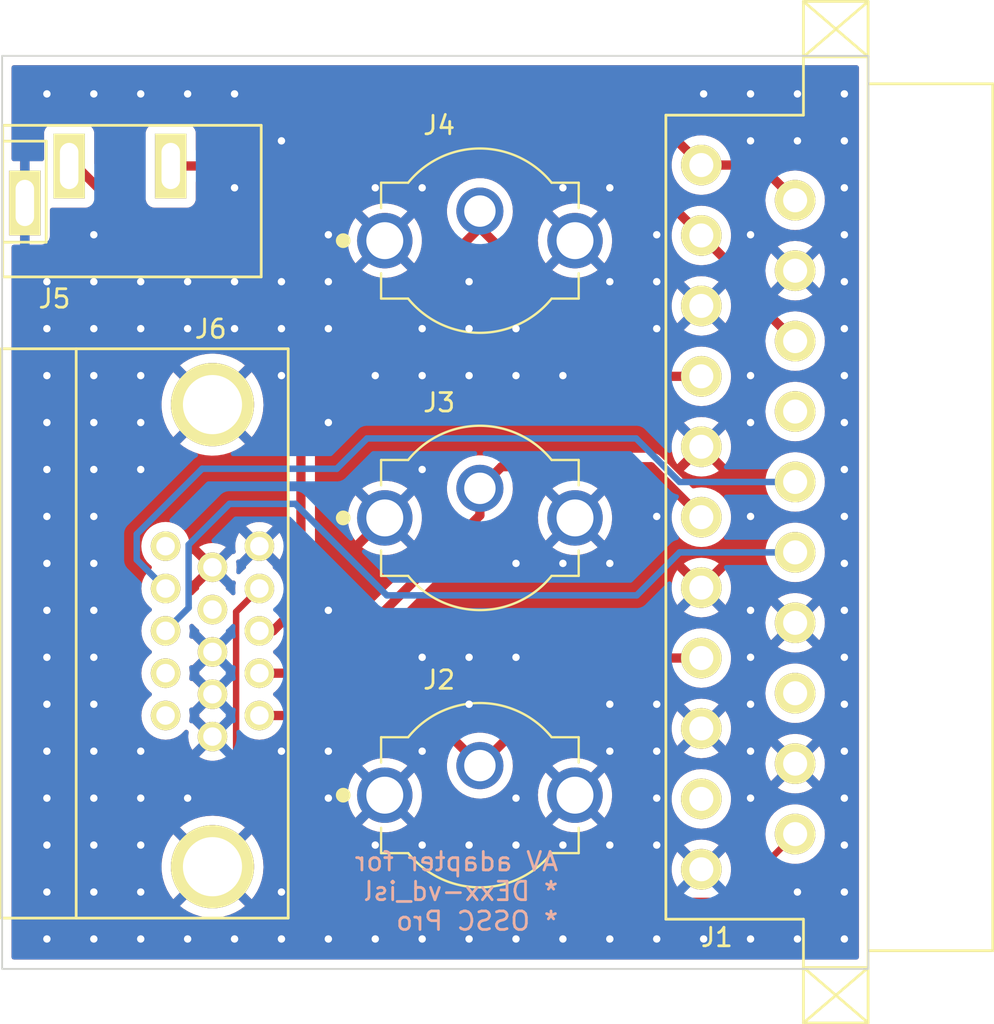
<source format=kicad_pcb>
(kicad_pcb (version 20211014) (generator pcbnew)
  (layers (0 "F.Cu" signal) (31 "B.Cu" signal) (34 "B.Paste" user) (35 "F.Paste" user) (36 "B.SilkS" user "B.Silkscreen") (37 "F.SilkS" user "F.Silkscreen") (38 "B.Mask" user) (39 "F.Mask" user) (44 "Edge.Cuts" user))
  (net 0 "")
  (net 1 "/AV_AR")
  (net 2 "GND")
  (net 5 "/AV_R")
  (net 6 "/AV_S")
  (net 7 "/AV_HS")
  (net 8 "/AV_G")
  (net 9 "/AV_VS")
  (net 11 "/AV_B")
  (net 12 "/AV_AL")
  (footprint "custom_components:CUI_RCJ-022" (layer "F.Cu") (at 51.18 41)
    (fp_text reference "J3" (at -2.205855 -6.237415) (layer "F.SilkS") (effects (font (size 1.000386 1.000386))))
    (fp_text value "Y")
    (fp_line (start -3.884 3.135) (end -5.35 3.135) (layer "F.SilkS") (width 0.127))
    (fp_line (start 5.35 3.135) (end 3.884 3.135) (layer "F.SilkS") (width 0.127))
    (fp_line (start 5.35 1.765) (end 5.35 3.135) (layer "F.SilkS") (width 0.127))
    (fp_line (start -3.884 -3.135) (end -5.35 -3.135) (layer "F.SilkS") (width 0.127))
    (fp_line (start -5.35 -3.135) (end -5.35 -1.765) (layer "F.SilkS") (width 0.127))
    (fp_line (start 5.35 -3.135) (end 3.884 -3.135) (layer "F.SilkS") (width 0.127))
    (fp_line (start -5.35 1.765) (end -5.35 3.135) (layer "F.SilkS") (width 0.127))
    (fp_line (start 5.35 -3.135) (end 5.35 -1.765) (layer "F.SilkS") (width 0.127))
    (fp_arc (start 3.884 3.135) (mid 0 4.986221) (end -3.884 3.135) (layer "F.SilkS") (width 0.127))
    (fp_arc (start -3.884 -3.135) (mid 0 -4.986221) (end 3.884 -3.135) (layer "F.SilkS") (width 0.127))
    (fp_circle (center -7.4 0) (end -7.2 0) (layer "F.SilkS") (width 0.4) (fill none))
    (pad "1" thru_hole circle (at 0 -1.6) (size 2.55 2.55) (drill 1.7) (layers *.Cu *.Mask) (net 8 "/AV_G"))
    (pad "2" thru_hole circle (at -5.15 0) (size 3 3) (drill 2) (layers *.Cu *.Mask) (net 2 "GND"))
    (pad "2" thru_hole circle (at 5.15 0) (size 3 3) (drill 2) (layers *.Cu *.Mask) (net 2 "GND"))
  )
  (footprint "custom_components:CUI_RCJ-022" (layer "F.Cu") (at 51.18 26)
    (fp_text reference "J4" (at -2.205855 -6.237415) (layer "F.SilkS") (effects (font (size 1.000386 1.000386))))
    (fp_text value "Pb")
    (fp_line (start 5.35 -3.135) (end 5.35 -1.765) (layer "F.SilkS") (width 0.127))
    (fp_line (start -5.35 1.765) (end -5.35 3.135) (layer "F.SilkS") (width 0.127))
    (fp_line (start 5.35 3.135) (end 3.884 3.135) (layer "F.SilkS") (width 0.127))
    (fp_line (start 5.35 -3.135) (end 3.884 -3.135) (layer "F.SilkS") (width 0.127))
    (fp_line (start 5.35 1.765) (end 5.35 3.135) (layer "F.SilkS") (width 0.127))
    (fp_line (start -3.884 -3.135) (end -5.35 -3.135) (layer "F.SilkS") (width 0.127))
    (fp_line (start -5.35 -3.135) (end -5.35 -1.765) (layer "F.SilkS") (width 0.127))
    (fp_line (start -3.884 3.135) (end -5.35 3.135) (layer "F.SilkS") (width 0.127))
    (fp_arc (start -3.884 -3.135) (mid 0 -4.986221) (end 3.884 -3.135) (layer "F.SilkS") (width 0.127))
    (fp_arc (start 3.884 3.135) (mid 0 4.986221) (end -3.884 3.135) (layer "F.SilkS") (width 0.127))
    (fp_circle (center -7.4 0) (end -7.2 0) (layer "F.SilkS") (width 0.4) (fill none))
    (pad "1" thru_hole circle (at 0 -1.6) (size 2.55 2.55) (drill 1.7) (layers *.Cu *.Mask) (net 11 "/AV_B"))
    (pad "2" thru_hole circle (at -5.15 0) (size 3 3) (drill 2) (layers *.Cu *.Mask) (net 2 "GND"))
    (pad "2" thru_hole circle (at 5.15 0) (size 3 3) (drill 2) (layers *.Cu *.Mask) (net 2 "GND"))
  )
  (footprint "custom_components:VGA_CONN" (layer "F.Cu") (at 36.7 48.25 -90)
    (fp_text reference "J6" (at -17.47 0.095) (layer "F.SilkS"))
    (fp_text value "DB15_Female_HighDensity")
    (fp_line (start 14.4 -4.1) (end 14.4 11.43) (layer "F.SilkS") (width 0.15))
    (fp_line (start 14.4 -4.1) (end -16.4 -4.1) (layer "F.SilkS") (width 0.15))
    (fp_line (start -16.4 11.43) (end -16.4 -4.1) (layer "F.SilkS") (width 0.15))
    (fp_line (start 14.4 7.38) (end -16.4 7.38) (layer "F.SilkS") (width 0.15))
    (fp_line (start 14.4 11.43) (end -16.4 11.43) (layer "F.SilkS") (width 0.15))
    (pad "1" thru_hole circle locked (at 3.44 -2.54 270) (size 1.6 1.6) (drill 1) (layers *.Cu *.Mask "F.SilkS") (net 5 "/AV_R"))
    (pad "2" thru_hole circle locked (at 1.15 -2.54 270) (size 1.6 1.6) (drill 1) (layers *.Cu *.Mask "F.SilkS") (net 8 "/AV_G"))
    (pad "3" thru_hole circle locked (at -1.14 -2.54 270) (size 1.6 1.6) (drill 1) (layers *.Cu *.Mask "F.SilkS") (net 11 "/AV_B"))
    (pad "4" thru_hole circle locked (at -3.43 -2.54 270) (size 1.6 1.6) (drill 1) (layers *.Cu *.Mask "F.SilkS") (net 6 "/AV_S"))
    (pad "5" thru_hole circle locked (at -5.72 -2.54 270) (size 1.6 1.6) (drill 1) (layers *.Cu *.Mask "F.SilkS") (net 2 "GND"))
    (pad "6" thru_hole circle locked (at 4.58 0 270) (size 1.6 1.6) (drill 1) (layers *.Cu *.Mask "F.SilkS") (net 2 "GND"))
    (pad "7" thru_hole circle locked (at 2.29 0 270) (size 1.6 1.6) (drill 1) (layers *.Cu *.Mask "F.SilkS") (net 2 "GND"))
    (pad "8" thru_hole circle locked (at 0 0 270) (size 1.6 1.6) (drill 1) (layers *.Cu *.Mask "F.SilkS") (net 2 "GND"))
    (pad "9" thru_hole circle locked (at -2.29 0 270) (size 1.6 1.6) (drill 1) (layers *.Cu *.Mask "F.SilkS"))
    (pad "10" thru_hole circle locked (at -13.38 0 270) (size 4.5 4.5) (drill 3.2) (layers *.Cu *.Mask "F.SilkS") (net 2 "GND"))
    (pad "10" thru_hole circle locked (at -4.58 0 270) (size 1.6 1.6) (drill 1) (layers *.Cu *.Mask "F.SilkS") (net 2 "GND"))
    (pad "10" thru_hole circle locked (at 11.62 0 270) (size 4.5 4.5) (drill 3.2) (layers *.Cu *.Mask "F.SilkS") (net 2 "GND"))
    (pad "11" thru_hole circle locked (at 3.44 2.54 270) (size 1.6 1.6) (drill 1) (layers *.Cu *.Mask "F.SilkS"))
    (pad "12" thru_hole circle locked (at 1.15 2.54 270) (size 1.6 1.6) (drill 1) (layers *.Cu *.Mask "F.SilkS"))
    (pad "13" thru_hole circle locked (at -1.14 2.54 270) (size 1.6 1.6) (drill 1) (layers *.Cu *.Mask "F.SilkS") (net 7 "/AV_HS"))
    (pad "14" thru_hole circle locked (at -3.43 2.54 270) (size 1.6 1.6) (drill 1) (layers *.Cu *.Mask "F.SilkS") (net 9 "/AV_VS"))
    (pad "15" thru_hole circle locked (at -5.72 2.54 270) (size 1.6 1.6) (drill 1) (layers *.Cu *.Mask "F.SilkS"))
  )
  (footprint "custom_components:CUI_RCJ-022" (layer "F.Cu") (at 51.18 56)
    (fp_text reference "J2" (at -2.205855 -6.237415) (layer "F.SilkS") (effects (font (size 1.000386 1.000386))))
    (fp_text value "Pr")
    (fp_line (start -3.884 3.135) (end -5.35 3.135) (layer "F.SilkS") (width 0.127))
    (fp_line (start 5.35 -3.135) (end 3.884 -3.135) (layer "F.SilkS") (width 0.127))
    (fp_line (start -3.884 -3.135) (end -5.35 -3.135) (layer "F.SilkS") (width 0.127))
    (fp_line (start 5.35 -3.135) (end 5.35 -1.765) (layer "F.SilkS") (width 0.127))
    (fp_line (start -5.35 -3.135) (end -5.35 -1.765) (layer "F.SilkS") (width 0.127))
    (fp_line (start 5.35 1.765) (end 5.35 3.135) (layer "F.SilkS") (width 0.127))
    (fp_line (start -5.35 1.765) (end -5.35 3.135) (layer "F.SilkS") (width 0.127))
    (fp_line (start 5.35 3.135) (end 3.884 3.135) (layer "F.SilkS") (width 0.127))
    (fp_arc (start -3.884 -3.135) (mid 0 -4.986221) (end 3.884 -3.135) (layer "F.SilkS") (width 0.127))
    (fp_arc (start 3.884 3.135) (mid 0 4.986221) (end -3.884 3.135) (layer "F.SilkS") (width 0.127))
    (fp_circle (center -7.4 0) (end -7.2 0) (layer "F.SilkS") (width 0.4) (fill none))
    (pad "1" thru_hole circle (at 0 -1.6) (size 2.55 2.55) (drill 1.7) (layers *.Cu *.Mask) (net 5 "/AV_R"))
    (pad "2" thru_hole circle (at -5.15 0) (size 3 3) (drill 2) (layers *.Cu *.Mask) (net 2 "GND"))
    (pad "2" thru_hole circle (at 5.15 0) (size 3 3) (drill 2) (layers *.Cu *.Mask) (net 2 "GND"))
  )
  (footprint "custom_components:SCART_CONN" (layer "F.Cu") (at 68.25 23.815 90)
    (fp_text reference "J1" (at -39.878 -4.23672) (layer "F.SilkS"))
    (fp_text value "SCART-F")
    (fp_line (start -44.49166 3.94208) (end -41.52494 0.47498) (layer "F.SilkS") (width 0.15))
    (fp_line (start 4.605 -7) (end 4.605 0.45) (layer "F.SilkS") (width 0.15))
    (fp_line (start 6.3 10.7) (end 6.3 3.95) (layer "F.SilkS") (width 0.15))
    (fp_line (start 10.76 0.45) (end 10.76 3.95) (layer "F.SilkS") (width 0.15))
    (fp_line (start 6.3 10.7) (end -40.6 10.7) (layer "F.SilkS") (width 0.15))
    (fp_line (start -38.895 -7) (end 4.605 -7) (layer "F.SilkS") (width 0.15))
    (fp_line (start 7.76732 3.95732) (end 10.7569 0.45466) (layer "F.SilkS") (width 0.15))
    (fp_line (start -44.51 3.95) (end -44.51 0.45) (layer "F.SilkS") (width 0.15))
    (fp_line (start -44.49928 0.45974) (end -41.52748 3.93954) (layer "F.SilkS") (width 0.15))
    (fp_line (start 7.76 0.45) (end 7.76 3.95) (layer "F.SilkS") (width 0.15))
    (fp_line (start -38.895 0.45) (end -44.51 0.45) (layer "F.SilkS") (width 0.15))
    (fp_line (start -41.51 3.95) (end -41.51 0.45) (layer "F.SilkS") (width 0.15))
    (fp_line (start 4.605 0.45) (end 10.76 0.45) (layer "F.SilkS") (width 0.15))
    (fp_line (start -38.895 0.45) (end -38.895 -7) (layer "F.SilkS") (width 0.15))
    (fp_line (start 10.76 3.95) (end -44.51 3.95) (layer "F.SilkS") (width 0.15))
    (fp_line (start -40.6 10.7) (end -40.6 3.95) (layer "F.SilkS") (width 0.15))
    (fp_line (start 7.7597 0.45212) (end 10.74674 3.94462) (layer "F.SilkS") (width 0.15))
    (pad "1" thru_hole circle locked (at 1.905 -5.08 90) (size 2.2 2.2) (drill 1.3) (layers *.Cu *.Mask "F.SilkS") (net 1 "/AV_AR"))
    (pad "2" thru_hole circle locked (at 0 0 90) (size 2.2 2.2) (drill 1.3) (layers *.Cu *.Mask "F.SilkS") (net 1 "/AV_AR"))
    (pad "3" thru_hole circle locked (at -1.905 -5.08 90) (size 2.2 2.2) (drill 1.3) (layers *.Cu *.Mask "F.SilkS") (net 12 "/AV_AL"))
    (pad "4" thru_hole circle locked (at -3.81 0 90) (size 2.2 2.2) (drill 1.3) (layers *.Cu *.Mask "F.SilkS") (net 2 "GND"))
    (pad "5" thru_hole circle locked (at -5.715 -5.08 90) (size 2.2 2.2) (drill 1.3) (layers *.Cu *.Mask "F.SilkS") (net 2 "GND"))
    (pad "6" thru_hole circle locked (at -7.62 0 90) (size 2.2 2.2) (drill 1.3) (layers *.Cu *.Mask "F.SilkS") (net 12 "/AV_AL"))
    (pad "7" thru_hole circle locked (at -9.525 -5.08 90) (size 2.2 2.2) (drill 1.3) (layers *.Cu *.Mask "F.SilkS") (net 11 "/AV_B"))
    (pad "8" thru_hole circle locked (at -11.43 0 90) (size 2.2 2.2) (drill 1.3) (layers *.Cu *.Mask "F.SilkS"))
    (pad "9" thru_hole circle locked (at -13.335 -5.08 90) (size 2.2 2.2) (drill 1.3) (layers *.Cu *.Mask "F.SilkS") (net 2 "GND"))
    (pad "10" thru_hole circle locked (at -15.24 0 90) (size 2.2 2.2) (drill 1.3) (layers *.Cu *.Mask "F.SilkS") (net 9 "/AV_VS"))
    (pad "11" thru_hole circle locked (at -17.145 -5.08 90) (size 2.2 2.2) (drill 1.3) (layers *.Cu *.Mask "F.SilkS") (net 8 "/AV_G"))
    (pad "12" thru_hole circle locked (at -19.05 0 90) (size 2.2 2.2) (drill 1.3) (layers *.Cu *.Mask "F.SilkS") (net 7 "/AV_HS"))
    (pad "13" thru_hole circle locked (at -20.955 -5.08 90) (size 2.2 2.2) (drill 1.3) (layers *.Cu *.Mask "F.SilkS") (net 2 "GND"))
    (pad "14" thru_hole circle locked (at -22.86 0 90) (size 2.2 2.2) (drill 1.3) (layers *.Cu *.Mask "F.SilkS") (net 2 "GND"))
    (pad "15" thru_hole circle locked (at -24.765 -5.08 90) (size 2.2 2.2) (drill 1.3) (layers *.Cu *.Mask "F.SilkS") (net 5 "/AV_R"))
    (pad "16" thru_hole circle locked (at -26.67 0 90) (size 2.2 2.2) (drill 1.3) (layers *.Cu *.Mask "F.SilkS"))
    (pad "17" thru_hole circle locked (at -28.575 -5.08 90) (size 2.2 2.2) (drill 1.3) (layers *.Cu *.Mask "F.SilkS") (net 2 "GND"))
    (pad "18" thru_hole circle locked (at -30.48 0 90) (size 2.2 2.2) (drill 1.3) (layers *.Cu *.Mask "F.SilkS") (net 2 "GND"))
    (pad "19" thru_hole circle locked (at -32.385 -5.08 90) (size 2.2 2.2) (drill 1.3) (layers *.Cu *.Mask "F.SilkS"))
    (pad "20" thru_hole circle locked (at -34.29 0 90) (size 2.2 2.2) (drill 1.3) (layers *.Cu *.Mask "F.SilkS") (net 6 "/AV_S"))
    (pad "21" thru_hole circle locked (at -36.195 -5.08 90) (size 2.2 2.2) (drill 1.3) (layers *.Cu *.Mask "F.SilkS") (net 2 "GND"))
  )
  (footprint "custom_components:SJ1-3533NG" (layer "F.Cu") (at 26.54 23.06)
    (fp_text reference "J5" (at 1.60274 6.08584) (layer "F.SilkS"))
    (fp_text value "AudioJack3")
    (fp_line (start 1.1557 3.0226) (end 1.15824 -2.44348) (layer "F.SilkS") (width 0.15))
    (fp_line (start -1.2 4.9) (end 12.8 4.9) (layer "F.SilkS") (width 0.15))
    (fp_line (start -1.1684 3.0226) (end 1.1557 3.0226) (layer "F.SilkS") (width 0.15))
    (fp_line (start -1.2 -3.3) (end -1.2 4.9) (layer "F.SilkS") (width 0.15))
    (fp_line (start 12.8 -3.3) (end -1.2 -3.3) (layer "F.SilkS") (width 0.15))
    (fp_line (start 1.15824 -2.44348) (end -1.19634 -2.44348) (layer "F.SilkS") (width 0.15))
    (fp_line (start 12.8 4.9) (end 12.8 -3.3) (layer "F.SilkS") (width 0.15))
    (pad "R" thru_hole rect (at 7.9 -1.1) (size 1.7 3.5) (drill oval 1 2.5) (layers *.Cu *.Mask "F.SilkS") (net 1 "/AV_AR"))
    (pad "S" thru_hole rect (at 0 0.9) (size 1.7 3.5) (drill oval 1 2.5) (layers *.Cu *.Mask "F.SilkS") (net 2 "GND"))
    (pad "T" thru_hole rect (at 2.4 -1.1) (size 1.7 3.5) (drill oval 1 2.5) (layers *.Cu *.Mask "F.SilkS") (net 12 "/AV_AL"))
  )
  (gr_rect (start 72.21 16) (end 25.31 65.4) (layer "Edge.Cuts") (width 0.1) (fill none))
  (gr_text "AV adapter for\n* DExx-vd_isl\n* OSSC Pro" (at 55.51 61.2) (layer "B.SilkS") (effects (font (size 1 1)) (justify left mirror)))
  (segment (start 39.9 18.68) (end 59.94 18.68) (width 0.5) (layer "F.Cu") (net 1))
  (segment (start 36.62 21.96) (end 39.9 18.68) (width 0.5) (layer "F.Cu") (net 1))
  (segment (start 63.17 21.91) (end 66.345 21.91) (width 0.5) (layer "F.Cu") (net 1))
  (segment (start 66.345 21.91) (end 68.25 23.815) (width 0.5) (layer "F.Cu") (net 1))
  (segment (start 59.94 18.68) (end 63.17 21.91) (width 0.5) (layer "F.Cu") (net 1))
  (segment (start 34.44 21.96) (end 36.62 21.96) (width 0.5) (layer "F.Cu") (net 1))
  (via (at 65.835 46) (size 0.8) (drill 0.4) (layers "F.Cu" "B.Cu") (net 2))
  (via (at 63.295 63.78) (size 0.8) (drill 0.4) (layers "F.Cu" "B.Cu") (net 2))
  (via (at 30.275 46) (size 0.8) (drill 0.4) (layers "F.Cu" "B.Cu") (net 2))
  (via (at 58.215 51.08) (size 0.8) (drill 0.4) (layers "F.Cu" "B.Cu") (net 2))
  (via (at 32.815 58.7) (size 0.8) (drill 0.4) (layers "F.Cu" "B.Cu") (net 2))
  (via (at 45.515 23.14) (size 0.8) (drill 0.4) (layers "F.Cu" "B.Cu") (net 2))
  (via (at 30.275 40.92) (size 0.8) (drill 0.4) (layers "F.Cu" "B.Cu") (net 2))
  (via (at 32.815 63.78) (size 0.8) (drill 0.4) (layers "F.Cu" "B.Cu") (net 2))
  (via (at 70.915 25.68) (size 0.8) (drill 0.4) (layers "F.Cu" "B.Cu") (net 2))
  (via (at 55.675 23.14) (size 0.8) (drill 0.4) (layers "F.Cu" "B.Cu") (net 2))
  (via (at 42.975 25.68) (size 0.8) (drill 0.4) (layers "F.Cu" "B.Cu") (net 2))
  (via (at 60.755 30.76) (size 0.8) (drill 0.4) (layers "F.Cu" "B.Cu") (net 2))
  (via (at 27.735 46) (size 0.8) (drill 0.4) (layers "F.Cu" "B.Cu") (net 2))
  (via (at 48.055 23.14) (size 0.8) (drill 0.4) (layers "F.Cu" "B.Cu") (net 2))
  (via (at 70.915 56.16) (size 0.8) (drill 0.4) (layers "F.Cu" "B.Cu") (net 2))
  (via (at 45.515 63.78) (size 0.8) (drill 0.4) (layers "F.Cu" "B.Cu") (net 2))
  (via (at 58.215 58.7) (size 0.8) (drill 0.4) (layers "F.Cu" "B.Cu") (net 2))
  (via (at 50.595 30.76) (size 0.8) (drill 0.4) (layers "F.Cu" "B.Cu") (net 2))
  (via (at 50.595 58.7) (size 0.8) (drill 0.4) (layers "F.Cu" "B.Cu") (net 2))
  (via (at 40.435 33.3) (size 0.8) (drill 0.4) (layers "F.Cu" "B.Cu") (net 2))
  (via (at 45.515 33.3) (size 0.8) (drill 0.4) (layers "F.Cu" "B.Cu") (net 2))
  (via (at 27.735 33.3) (size 0.8) (drill 0.4) (layers "F.Cu" "B.Cu") (net 2))
  (via (at 70.915 43.46) (size 0.8) (drill 0.4) (layers "F.Cu" "B.Cu") (net 2))
  (via (at 65.835 33.3) (size 0.8) (drill 0.4) (layers "F.Cu" "B.Cu") (net 2))
  (via (at 32.815 53.62) (size 0.8) (drill 0.4) (layers "F.Cu" "B.Cu") (net 2))
  (via (at 35.355 30.76) (size 0.8) (drill 0.4) (layers "F.Cu" "B.Cu") (net 2))
  (via (at 30.275 38.38) (size 0.8) (drill 0.4) (layers "F.Cu" "B.Cu") (net 2))
  (via (at 37.895 63.78) (size 0.8) (drill 0.4) (layers "F.Cu" "B.Cu") (net 2))
  (via (at 48.055 48.54) (size 0.8) (drill 0.4) (layers "F.Cu" "B.Cu") (net 2))
  (via (at 70.915 58.7) (size 0.8) (drill 0.4) (layers "F.Cu" "B.Cu") (net 2))
  (via (at 27.735 53.62) (size 0.8) (drill 0.4) (layers "F.Cu" "B.Cu") (net 2))
  (via (at 70.915 20.6) (size 0.8) (drill 0.4) (layers "F.Cu" "B.Cu") (net 2))
  (via (at 70.915 40.92) (size 0.8) (drill 0.4) (layers "F.Cu" "B.Cu") (net 2))
  (via (at 60.755 51.08) (size 0.8) (drill 0.4) (layers "F.Cu" "B.Cu") (net 2))
  (via (at 68.375 18.06) (size 0.8) (drill 0.4) (layers "F.Cu" "B.Cu") (net 2))
  (via (at 53.135 56.16) (size 0.8) (drill 0.4) (layers "F.Cu" "B.Cu") (net 2))
  (via (at 60.755 53.62) (size 0.8) (drill 0.4) (layers "F.Cu" "B.Cu") (net 2))
  (via (at 65.835 51.08) (size 0.8) (drill 0.4) (layers "F.Cu" "B.Cu") (net 2))
  (via (at 30.275 28.22) (size 0.8) (drill 0.4) (layers "F.Cu" "B.Cu") (net 2))
  (via (at 63.295 18.06) (size 0.8) (drill 0.4) (layers "F.Cu" "B.Cu") (net 2))
  (via (at 53.135 48.54) (size 0.8) (drill 0.4) (layers "F.Cu" "B.Cu") (net 2))
  (via (at 30.275 43.46) (size 0.8) (drill 0.4) (layers "F.Cu" "B.Cu") (net 2))
  (via (at 53.135 43.46) (size 0.8) (drill 0.4) (layers "F.Cu" "B.Cu") (net 2))
  (via (at 68.375 63.78) (size 0.8) (drill 0.4) (layers "F.Cu" "B.Cu") (net 2))
  (via (at 40.435 61.24) (size 0.8) (drill 0.4) (layers "F.Cu" "B.Cu") (net 2))
  (via (at 30.275 18.06) (size 0.8) (drill 0.4) (layers "F.Cu" "B.Cu") (net 2))
  (via (at 30.275 56.16) (size 0.8) (drill 0.4) (layers "F.Cu" "B.Cu") (net 2))
  (via (at 35.355 18.06) (size 0.8) (drill 0.4) (layers "F.Cu" "B.Cu") (net 2))
  (via (at 50.595 33.3) (size 0.8) (drill 0.4) (layers "F.Cu" "B.Cu") (net 2))
  (via (at 37.895 28.22) (size 0.8) (drill 0.4) (layers "F.Cu" "B.Cu") (net 2))
  (via (at 27.735 61.24) (size 0.8) (drill 0.4) (layers "F.Cu" "B.Cu") (net 2))
  (via (at 30.275 33.3) (size 0.8) (drill 0.4) (layers "F.Cu" "B.Cu") (net 2))
  (via (at 68.375 20.6) (size 0.8) (drill 0.4) (layers "F.Cu" "B.Cu") (net 2))
  (via (at 48.055 58.7) (size 0.8) (drill 0.4) (layers "F.Cu" "B.Cu") (net 2))
  (via (at 65.835 63.78) (size 0.8) (drill 0.4) (layers "F.Cu" "B.Cu") (net 2))
  (via (at 58.215 23.14) (size 0.8) (drill 0.4) (layers "F.Cu" "B.Cu") (net 2))
  (via (at 30.275 53.62) (size 0.8) (drill 0.4) (layers "F.Cu" "B.Cu") (net 2))
  (via (at 32.815 28.22) (size 0.8) (drill 0.4) (layers "F.Cu" "B.Cu") (net 2))
  (via (at 32.815 30.76) (size 0.8) (drill 0.4) (layers "F.Cu" "B.Cu") (net 2))
  (via (at 35.355 28.22) (size 0.8) (drill 0.4) (layers "F.Cu" "B.Cu") (net 2))
  (via (at 70.915 51.08) (size 0.8) (drill 0.4) (layers "F.Cu" "B.Cu") (net 2))
  (via (at 70.915 61.24) (size 0.8) (drill 0.4) (layers "F.Cu" "B.Cu") (net 2))
  (via (at 65.835 56.16) (size 0.8) (drill 0.4) (layers "F.Cu" "B.Cu") (net 2))
  (via (at 42.975 30.76) (size 0.8) (drill 0.4) (layers "F.Cu" "B.Cu") (net 2))
  (via (at 48.055 53.62) (size 0.8) (drill 0.4) (layers "F.Cu" "B.Cu") (net 2))
  (via (at 35.355 63.78) (size 0.8) (drill 0.4) (layers "F.Cu" "B.Cu") (net 2))
  (via (at 27.735 48.54) (size 0.8) (drill 0.4) (layers "F.Cu" "B.Cu") (net 2))
  (via (at 40.435 30.76) (size 0.8) (drill 0.4) (layers "F.Cu" "B.Cu") (net 2))
  (via (at 32.815 61.24) (size 0.8) (drill 0.4) (layers "F.Cu" "B.Cu") (net 2))
  (via (at 42.975 28.22) (size 0.8) (drill 0.4) (layers "F.Cu" "B.Cu") (net 2))
  (via (at 70.915 46) (size 0.8) (drill 0.4) (layers "F.Cu" "B.Cu") (net 2))
  (via (at 55.675 63.78) (size 0.8) (drill 0.4) (layers "F.Cu" "B.Cu") (net 2))
  (via (at 50.595 63.78) (size 0.8) (drill 0.4) (layers "F.Cu" "B.Cu") (net 2))
  (via (at 42.975 46) (size 0.8) (drill 0.4) (layers "F.Cu" "B.Cu") (net 2))
  (via (at 70.915 18.06) (size 0.8) (drill 0.4) (layers "F.Cu" "B.Cu") (net 2))
  (via (at 55.675 58.7) (size 0.8) (drill 0.4) (layers "F.Cu" "B.Cu") (net 2))
  (via (at 53.135 58.7) (size 0.8) (drill 0.4) (layers "F.Cu" "B.Cu") (net 2))
  (via (at 32.815 18.06) (size 0.8) (drill 0.4) (layers "F.Cu" "B.Cu") (net 2))
  (via (at 27.735 58.7) (size 0.8) (drill 0.4) (layers "F.Cu" "B.Cu") (net 2))
  (via (at 60.755 56.16) (size 0.8) (drill 0.4) (layers "F.Cu" "B.Cu") (net 2))
  (via (at 58.215 53.62) (size 0.8) (drill 0.4) (layers "F.Cu" "B.Cu") (net 2))
  (via (at 58.215 43.46) (size 0.8) (drill 0.4) (layers "F.Cu" "B.Cu") (net 2))
  (via (at 65.835 40.92) (size 0.8) (drill 0.4) (layers "F.Cu" "B.Cu") (net 2))
  (via (at 30.275 58.7) (size 0.8) (drill 0.4) (layers "F.Cu" "B.Cu") (net 2))
  (via (at 70.915 63.78) (size 0.8) (drill 0.4) (layers "F.Cu" "B.Cu") (net 2))
  (via (at 32.815 33.3) (size 0.8) (drill 0.4) (layers "F.Cu" "B.Cu") (net 2))
  (via (at 60.755 28.22) (size 0.8) (drill 0.4) (layers "F.Cu" "B.Cu") (net 2))
  (via (at 42.975 63.78) (size 0.8) (drill 0.4) (layers "F.Cu" "B.Cu") (net 2))
  (via (at 27.735 51.08) (size 0.8) (drill 0.4) (layers "F.Cu" "B.Cu") (net 2))
  (via (at 65.835 35.84) (size 0.8) (drill 0.4) (layers "F.Cu" "B.Cu") (net 2))
  (via (at 53.135 63.78) (size 0.8) (drill 0.4) (layers "F.Cu" "B.Cu") (net 2))
  (via (at 70.915 30.76) (size 0.8) (drill 0.4) (layers "F.Cu" "B.Cu") (net 2))
  (via (at 65.835 20.6) (size 0.8) (drill 0.4) (layers "F.Cu" "B.Cu") (net 2))
  (via (at 55.675 33.3) (size 0.8) (drill 0.4) (layers "F.Cu" "B.Cu") (net 2))
  (via (at 53.135 33.3) (size 0.8) (drill 0.4) (layers "F.Cu" "B.Cu") (net 2))
  (via (at 60.755 63.78) (size 0.8) (drill 0.4) (layers "F.Cu" "B.Cu") (net 2))
  (via (at 27.735 63.78) (size 0.8) (drill 0.4) (layers "F.Cu" "B.Cu") (net 2))
  (via (at 60.755 25.68) (size 0.8) (drill 0.4) (layers "F.Cu" "B.Cu") (net 2))
  (via (at 27.735 30.76) (size 0.8) (drill 0.4) (layers "F.Cu" "B.Cu") (net 2))
  (via (at 48.055 33.3) (size 0.8) (drill 0.4) (layers "F.Cu" "B.Cu") (net 2))
  (via (at 40.435 28.22) (size 0.8) (drill 0.4) (layers "F.Cu" "B.Cu") (net 2))
  (via (at 30.275 35.84) (size 0.8) (drill 0.4) (layers "F.Cu" "B.Cu") (net 2))
  (via (at 35.355 56.16) (size 0.8) (drill 0.4) (layers "F.Cu" "B.Cu") (net 2))
  (via (at 65.835 25.68) (size 0.8) (drill 0.4) (layers "F.Cu" "B.Cu") (net 2))
  (via (at 30.275 48.54) (size 0.8) (drill 0.4) (layers "F.Cu" "B.Cu") (net 2))
  (via (at 70.915 33.3) (size 0.8) (drill 0.4) (layers "F.Cu" "B.Cu") (net 2))
  (via (at 40.435 53.62) (size 0.8) (drill 0.4) (layers "F.Cu" "B.Cu") (net 2))
  (via (at 27.735 40.92) (size 0.8) (drill 0.4) (layers "F.Cu" "B.Cu") (net 2))
  (via (at 27.735 18.06) (size 0.8) (drill 0.4) (layers "F.Cu" "B.Cu") (net 2))
  (via (at 32.815 38.38) (size 0.8) (drill 0.4) (layers "F.Cu" "B.Cu") (net 2))
  (via (at 50.595 28.22) (size 0.8) (drill 0.4) (layers "F.Cu" "B.Cu") (net 2))
  (via (at 60.755 40.92) (size 0.8) (drill 0.4) (layers "F.Cu" "B.Cu") (net 2))
  (via (at 37.895 18.06) (size 0.8) (drill 0.4) (layers "F.Cu" "B.Cu") (net 2))
  (via (at 48.055 30.76) (size 0.8) (drill 0.4) (layers "F.Cu" "B.Cu") (net 2))
  (via (at 45.515 58.7) (size 0.8) (drill 0.4) (layers "F.Cu" "B.Cu") (net 2))
  (via (at 48.055 38.38) (size 0.8) (drill 0.4) (layers "F.Cu" "B.Cu") (net 2))
  (via (at 30.275 30.76) (size 0.8) (drill 0.4) (layers "F.Cu" "B.Cu") (net 2))
  (via (at 70.915 38.38) (size 0.8) (drill 0.4) (layers "F.Cu" "B.Cu") (net 2))
  (via (at 42.975 35.84) (size 0.8) (drill 0.4) (layers "F.Cu" "B.Cu") (net 2))
  (via (at 65.835 48.54) (size 0.8) (drill 0.4) (layers "F.Cu" "B.Cu") (net 2))
  (via (at 58.215 28.22) (size 0.8) (drill 0.4) (layers "F.Cu" "B.Cu") (net 2))
  (via (at 53.135 30.76) (size 0.8) (drill 0.4) (layers "F.Cu" "B.Cu") (net 2))
  (via (at 30.275 63.78) (size 0.8) (drill 0.4) (layers "F.Cu" "B.Cu") (net 2))
  (via (at 50.595 51.08) (size 0.8) (drill 0.4) (layers "F.Cu" "B.Cu") (net 2))
  (via (at 37.895 23.14) (size 0.8) (drill 0.4) (layers "F.Cu" "B.Cu") (net 2))
  (via (at 40.435 63.78) (size 0.8) (drill 0.4) (layers "F.Cu" "B.Cu") (net 2))
  (via (at 27.735 35.84) (size 0.8) (drill 0.4) (layers "F.Cu" "B.Cu") (net 2))
  (via (at 30.275 51.08) (size 0.8) (drill 0.4) (layers "F.Cu" "B.Cu") (net 2))
  (via (at 27.735 38.38) (size 0.8) (drill 0.4) (layers "F.Cu" "B.Cu") (net 2))
  (via (at 65.835 53.62) (size 0.8) (drill 0.4) (layers "F.Cu" "B.Cu") (net 2))
  (via (at 48.055 63.78) (size 0.8) (drill 0.4) (layers "F.Cu" "B.Cu") (net 2))
  (via (at 27.735 43.46) (size 0.8) (drill 0.4) (layers "F.Cu" "B.Cu") (net 2))
  (via (at 65.835 18.06) (size 0.8) (drill 0.4) (layers "F.Cu" "B.Cu") (net 2))
  (via (at 70.915 48.54) (size 0.8) (drill 0.4) (layers "F.Cu" "B.Cu") (net 2))
  (via (at 50.595 48.54) (size 0.8) (drill 0.4) (layers "F.Cu" "B.Cu") (net 2))
  (via (at 68.375 61.24) (size 0.8) (drill 0.4) (layers "F.Cu" "B.Cu") (net 2))
  (via (at 60.755 58.7) (size 0.8) (drill 0.4) (layers "F.Cu" "B.Cu") (net 2))
  (via (at 70.915 28.22) (size 0.8) (drill 0.4) (layers "F.Cu" "B.Cu") (net 2))
  (via (at 37.895 30.76) (size 0.8) (drill 0.4) (layers "F.Cu" "B.Cu") (net 2))
  (via (at 27.735 28.22) (size 0.8) (drill 0.4) (layers "F.Cu" "B.Cu") (net 2))
  (via (at 58.215 63.78) (size 0.8) (drill 0.4) (layers "F.Cu" "B.Cu") (net 2))
  (via (at 70.915 35.84) (size 0.8) (drill 0.4) (layers "F.Cu" "B.Cu") (net 2))
  (via (at 30.275 25.68) (size 0.8) (drill 0.4) (layers "F.Cu" "B.Cu") (net 2))
  (via (at 70.915 23.14) (size 0.8) (drill 0.4) (layers "F.Cu" "B.Cu") (net 2))
  (via (at 32.815 56.16) (size 0.8) (drill 0.4) (layers "F.Cu" "B.Cu") (net 2))
  (via (at 70.915 53.62) (size 0.8) (drill 0.4) (layers "F.Cu" "B.Cu") (net 2))
  (via (at 40.435 20.6) (size 0.8) (drill 0.4) (layers "F.Cu" "B.Cu") (net 2))
  (via (at 42.975 53.62) (size 0.8) (drill 0.4) (layers "F.Cu" "B.Cu") (net 2))
  (via (at 30.275 61.24) (size 0.8) (drill 0.4) (layers "F.Cu" "B.Cu") (net 2))
  (via (at 55.675 43.46) (size 0.8) (drill 0.4) (layers "F.Cu" "B.Cu") (net 2))
  (via (at 42.975 56.16) (size 0.8) (drill 0.4) (layers "F.Cu" "B.Cu") (net 2))
  (via (at 32.815 35.84) (size 0.8) (drill 0.4) (layers "F.Cu" "B.Cu") (net 2))
  (via (at 27.735 56.16) (size 0.8) (drill 0.4) (layers "F.Cu" "B.Cu") (net 2))
  (segment (start 48.47 51.69) (end 51.18 54.4) (width 0.5) (layer "F.Cu") (net 5))
  (segment (start 57 48.58) (end 51.18 54.4) (width 0.5) (layer "F.Cu") (net 5))
  (segment (start 39.24 51.69) (end 48.47 51.69) (width 0.5) (layer "F.Cu") (net 5))
  (segment (start 63.17 48.58) (end 57 48.58) (width 0.5) (layer "F.Cu") (net 5))
  (segment (start 39.24 44.82) (end 37.98 46.08) (width 0.35) (layer "F.Cu") (net 6))
  (segment (start 64.635 61.72) (end 68.25 58.105) (width 0.35) (layer "F.Cu") (net 6))
  (segment (start 37.98 46.08) (end 37.98 54.4) (width 0.35) (layer "F.Cu") (net 6))
  (segment (start 37.98 54.4) (end 45.3 61.72) (width 0.35) (layer "F.Cu") (net 6))
  (segment (start 45.3 61.72) (end 64.635 61.72) (width 0.35) (layer "F.Cu") (net 6))
  (segment (start 59.67 45.19) (end 61.995 42.865) (width 0.35) (layer "B.Cu") (net 7))
  (segment (start 41.19 40.24) (end 46.14 45.19) (width 0.35) (layer "B.Cu") (net 7))
  (segment (start 61.995 42.865) (end 68.25 42.865) (width 0.35) (layer "B.Cu") (net 7))
  (segment (start 35.41 42.45) (end 37.62 40.24) (width 0.35) (layer "B.Cu") (net 7))
  (segment (start 35.41 45.86) (end 35.41 42.45) (width 0.35) (layer "B.Cu") (net 7))
  (segment (start 46.14 45.19) (end 59.67 45.19) (width 0.35) (layer "B.Cu") (net 7))
  (segment (start 34.16 47.11) (end 35.41 45.86) (width 0.35) (layer "B.Cu") (net 7))
  (segment (start 37.62 40.24) (end 41.19 40.24) (width 0.35) (layer "B.Cu") (net 7))
  (segment (start 52.35 38.23) (end 51.18 39.4) (width 0.5) (layer "F.Cu") (net 8))
  (segment (start 42.64 49.4) (end 51.18 40.86) (width 0.5) (layer "F.Cu") (net 8))
  (segment (start 39.24 49.4) (end 42.64 49.4) (width 0.5) (layer "F.Cu") (net 8))
  (segment (start 63.17 40.96) (end 60.44 38.23) (width 0.5) (layer "F.Cu") (net 8))
  (segment (start 60.44 38.23) (end 52.35 38.23) (width 0.5) (layer "F.Cu") (net 8))
  (segment (start 51.18 40.86) (end 51.18 39.4) (width 0.5) (layer "F.Cu") (net 8))
  (segment (start 32.6 41.88) (end 36.14 38.34) (width 0.35) (layer "B.Cu") (net 9))
  (segment (start 43.43 38.34) (end 45.07 36.7) (width 0.35) (layer "B.Cu") (net 9))
  (segment (start 32.6 43.26) (end 32.6 41.88) (width 0.35) (layer "B.Cu") (net 9))
  (segment (start 61.995 39.055) (end 68.25 39.055) (width 0.35) (layer "B.Cu") (net 9))
  (segment (start 59.64 36.7) (end 61.995 39.055) (width 0.35) (layer "B.Cu") (net 9))
  (segment (start 36.14 38.34) (end 43.43 38.34) (width 0.35) (layer "B.Cu") (net 9))
  (segment (start 34.16 44.82) (end 32.6 43.26) (width 0.35) (layer "B.Cu") (net 9))
  (segment (start 45.07 36.7) (end 59.64 36.7) (width 0.35) (layer "B.Cu") (net 9))
  (segment (start 39.24 47.11) (end 39.98 47.11) (width 0.5) (layer "F.Cu") (net 11))
  (segment (start 39.98 47.11) (end 41.49 45.6) (width 0.5) (layer "F.Cu") (net 11))
  (segment (start 51.18 25.29) (end 51.18 24.4) (width 0.5) (layer "F.Cu") (net 11))
  (segment (start 41.49 34.98) (end 51.18 25.29) (width 0.5) (layer "F.Cu") (net 11))
  (segment (start 59.21 33.34) (end 63.17 33.34) (width 0.5) (layer "F.Cu") (net 11))
  (segment (start 51.18 24.4) (end 51.18 25.31) (width 0.5) (layer "F.Cu") (net 11))
  (segment (start 51.18 25.31) (end 59.21 33.34) (width 0.5) (layer "F.Cu") (net 11))
  (segment (start 41.49 45.6) (end 41.49 34.98) (width 0.5) (layer "F.Cu") (net 11))
  (segment (start 65.68 28.865) (end 65.68 28.23) (width 0.5) (layer "F.Cu") (net 12))
  (segment (start 58.43 20.98) (end 63.17 25.72) (width 0.5) (layer "F.Cu") (net 12))
  (segment (start 33.03 25.67) (end 38.7 25.67) (width 0.5) (layer "F.Cu") (net 12))
  (segment (start 68.25 31.435) (end 65.68 28.865) (width 0.5) (layer "F.Cu") (net 12))
  (segment (start 38.7 25.67) (end 43.39 20.98) (width 0.5) (layer "F.Cu") (net 12))
  (segment (start 65.68 28.23) (end 63.17 25.72) (width 0.5) (layer "F.Cu") (net 12))
  (segment (start 28.94 21.96) (end 29.32 21.96) (width 0.5) (layer "F.Cu") (net 12))
  (segment (start 43.39 20.98) (end 58.43 20.98) (width 0.5) (layer "F.Cu") (net 12))
  (segment (start 29.32 21.96) (end 33.03 25.67) (width 0.5) (layer "F.Cu") (net 12))
  (zone (net 2) (net_name "GND") (layers F&B.Cu) (connect_pads (clearance 0.508)) (min_thickness 0.254) (fill yes (thermal_gap 0.508) (thermal_bridge_width 0.508))
    (polygon (pts (xy 72.21 65.39) (xy 25.31 65.39) (xy 25.31 16.01) (xy 72.21 16)))
  )
)
</source>
